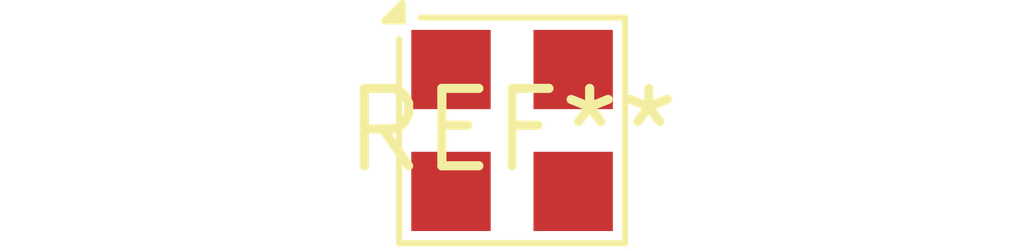
<source format=kicad_pcb>
(kicad_pcb (version 20240108) (generator pcbnew)
  (layers (0 "F.Cu" signal) (31 "B.Cu" signal) (34 "B.Paste" user) (35 "F.Paste" user) (36 "B.SilkS" user "B.Silkscreen") (37 "F.SilkS" user "F.Silkscreen") (38 "B.Mask" user) (39 "F.Mask" user) (44 "Edge.Cuts" user))
  (net 0 "")
  (footprint "TE_MS5837-xxBA" (layer "F.Cu") (at 0 0)
    (property "Reference" "REF**")
    (property "Value" "TE_MS5837-xxBA")
    (fp_line (start -1.85 1.85) (end -1.85 -1.5) (layer "F.SilkS") (stroke (width 0.1)))
    (fp_line (start -1.5 -1.85) (end 1.85 -1.85) (layer "F.SilkS") (stroke (width 0.1)))
    (fp_line (start 1.85 -1.85) (end 1.85 1.85) (layer "F.SilkS") (stroke (width 0.1)))
    (fp_line (start 1.85 1.85) (end -1.85 1.85) (layer "F.SilkS") (stroke (width 0.1)))
    (fp_poly (pts (xy -1.8 -1.8) (xy -2.08 -1.8) (xy -1.8 -2.08) (xy -1.8 -1.8)) (layer "F.SilkS") (stroke (width 0.12)) (fill solid))
    (pad "1" smd rect (at -1 -1 180) (size 1.3 1.3) (layers "F.Cu" "F.Paste" "F.Mask"))
    (pad "2" smd rect (at -1 1 180) (size 1.3 1.3) (layers "F.Cu" "F.Paste" "F.Mask"))
    (pad "3" smd rect (at 1 1 180) (size 1.3 1.3) (layers "F.Cu" "F.Paste" "F.Mask"))
    (pad "4" smd rect (at 1 -1 180) (size 1.3 1.3) (layers "F.Cu" "F.Paste" "F.Mask"))
  )
)
</source>
